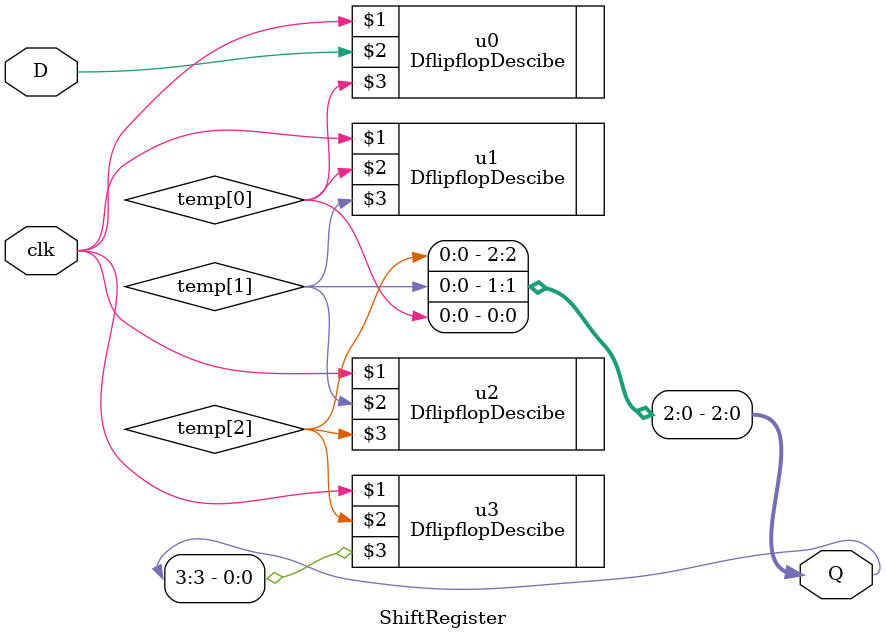
<source format=v>
module ShiftRegister(clk,D,Q);
	input wire clk,D;
	output wire [3:0]Q;
	wire temp[3:0];
	DflipflopDescibe u0(clk,D,temp[0],);
	DflipflopDescibe u1(clk,temp[0],temp[1],);
	DflipflopDescibe u2(clk,temp[1],temp[2],);
	DflipflopDescibe u3(clk,temp[2],Q[3],);
	assign Q[0]=temp[0];
	assign Q[1]=temp[1];
	assign Q[2]=temp[2];
endmodule

</source>
